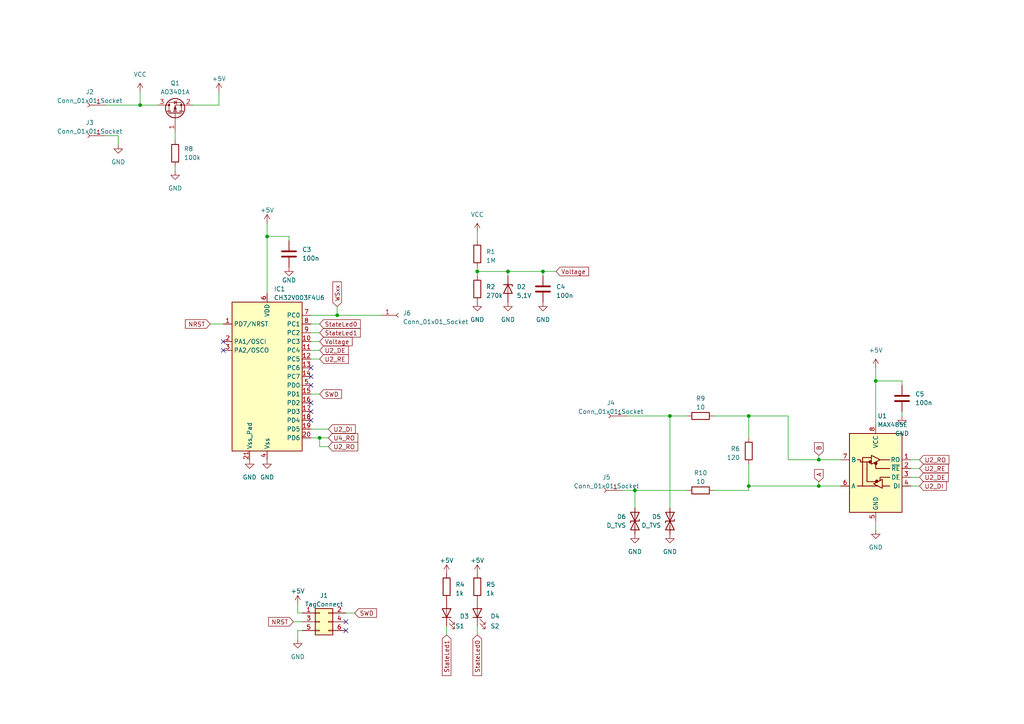
<source format=kicad_sch>
(kicad_sch (version 20231120) (generator "eeschema") (generator_version "8.0")
  (paper "A4")
  (lib_symbols
    (symbol "Connector:Conn_01x01_Socket" (pin_names (offset 1.016) hide)
      (property "Reference" "J" (at 0 2.54 0))
      (property "Value" "Conn_01x01_Socket" (at 0 -2.54 0))
      (symbol "Conn_01x01_Socket_1_1"
        (polyline (pts (xy -1.27 0) (xy -0.508 0)) (stroke (width 0.1524)))
        (arc (start 0 0.508) (mid -0.5058 0) (end 0 -0.508) (stroke (width 0.1524)))
        (pin passive line (at -5.08 0 0) (length 3.81) (name "Pin_1") (number "1"))
      )
    )
    (symbol "Connector_Generic:Conn_02x03_Odd_Even" (pin_names (offset 1.016) hide)
      (property "Reference" "J" (at 1.27 5.08 0))
      (property "Value" "Conn_02x03_Odd_Even" (at 1.27 -5.08 0))
      (symbol "Conn_02x03_Odd_Even_1_1"
        (rectangle (start -1.27 -2.413) (end 0 -2.667) (stroke (width 0.1524)))
        (rectangle (start -1.27 0.127) (end 0 -0.127) (stroke (width 0.1524)))
        (rectangle (start -1.27 2.667) (end 0 2.413) (stroke (width 0.1524)))
        (rectangle (start -1.27 3.81) (end 3.81 -3.81) (stroke (width 0.254)) (fill (type background)))
        (rectangle (start 3.81 -2.413) (end 2.54 -2.667) (stroke (width 0.1524)))
        (rectangle (start 3.81 0.127) (end 2.54 -0.127) (stroke (width 0.1524)))
        (rectangle (start 3.81 2.667) (end 2.54 2.413) (stroke (width 0.1524)))
        (pin passive line (at -5.08 2.54 0) (length 3.81) (name "Pin_1") (number "1"))
        (pin passive line (at 7.62 2.54 180) (length 3.81) (name "Pin_2") (number "2"))
        (pin passive line (at -5.08 0 0) (length 3.81) (name "Pin_3") (number "3"))
        (pin passive line (at 7.62 0 180) (length 3.81) (name "Pin_4") (number "4"))
        (pin passive line (at -5.08 -2.54 0) (length 3.81) (name "Pin_5") (number "5"))
        (pin passive line (at 7.62 -2.54 180) (length 3.81) (name "Pin_6") (number "6"))
      )
    )
    (symbol "Device:C" (pin_numbers hide) (pin_names (offset 0.254))
      (property "Reference" "C" (at 0.635 2.54 0))
      (property "Value" "C" (at 0.635 -2.54 0))
      (symbol "C_0_1"
        (polyline (pts (xy -2.032 -0.762) (xy 2.032 -0.762)) (stroke (width 0.508)))
        (polyline (pts (xy -2.032 0.762) (xy 2.032 0.762)) (stroke (width 0.508)))
      )
      (symbol "C_1_1"
        (pin passive line (at 0 3.81 270) (length 2.794) (name "~") (number "1"))
        (pin passive line (at 0 -3.81 90) (length 2.794) (name "~") (number "2"))
      )
    )
    (symbol "Device:D_TVS" (pin_numbers hide) (pin_names (offset 1.016) hide)
      (property "Reference" "D" (at 0 2.54 0))
      (property "Value" "D_TVS" (at 0 -2.54 0))
      (symbol "D_TVS_0_1"
        (polyline (pts (xy 1.27 0) (xy -1.27 0)))
        (polyline (pts (xy 0.508 1.27) (xy 0 1.27) (xy 0 -1.27) (xy -0.508 -1.27)) (stroke (width 0.254)))
        (polyline (pts (xy -2.54 1.27) (xy -2.54 -1.27) (xy 2.54 1.27) (xy 2.54 -1.27) (xy -2.54 1.27)) (stroke (width 0.254)))
      )
      (symbol "D_TVS_1_1"
        (pin passive line (at -3.81 0 0) (length 2.54) (name "A1") (number "1"))
        (pin passive line (at 3.81 0 180) (length 2.54) (name "A2") (number "2"))
      )
    )
    (symbol "Device:D_Zener" (pin_numbers hide) (pin_names (offset 1.016) hide)
      (property "Reference" "D" (at 0 2.54 0))
      (property "Value" "D_Zener" (at 0 -2.54 0))
      (symbol "D_Zener_0_1"
        (polyline (pts (xy 1.27 0) (xy -1.27 0)))
        (polyline (pts (xy -1.27 -1.27) (xy -1.27 1.27) (xy -0.762 1.27)) (stroke (width 0.254)))
        (polyline (pts (xy 1.27 -1.27) (xy 1.27 1.27) (xy -1.27 0) (xy 1.27 -1.27)) (stroke (width 0.254)))
      )
      (symbol "D_Zener_1_1"
        (pin passive line (at -3.81 0 0) (length 2.54) (name "K") (number "1"))
        (pin passive line (at 3.81 0 180) (length 2.54) (name "A") (number "2"))
      )
    )
    (symbol "Device:LED" (pin_numbers hide) (pin_names (offset 1.016) hide)
      (property "Reference" "D" (at 0 2.54 0))
      (property "Value" "LED" (at 0 -2.54 0))
      (symbol "LED_0_1"
        (polyline (pts (xy -1.27 -1.27) (xy -1.27 1.27)) (stroke (width 0.254)))
        (polyline (pts (xy -1.27 0) (xy 1.27 0)))
        (polyline (pts (xy 1.27 -1.27) (xy 1.27 1.27) (xy -1.27 0) (xy 1.27 -1.27)) (stroke (width 0.254)))
        (polyline (pts (xy -3.048 -0.762) (xy -4.572 -2.286) (xy -3.81 -2.286) (xy -4.572 -2.286) (xy -4.572 -1.524)))
        (polyline (pts (xy -1.778 -0.762) (xy -3.302 -2.286) (xy -2.54 -2.286) (xy -3.302 -2.286) (xy -3.302 -1.524)))
      )
      (symbol "LED_1_1"
        (pin passive line (at -3.81 0 0) (length 2.54) (name "K") (number "1"))
        (pin passive line (at 3.81 0 180) (length 2.54) (name "A") (number "2"))
      )
    )
    (symbol "Device:R" (pin_numbers hide) (pin_names (offset 0))
      (property "Reference" "R" (at 2.032 0 90))
      (property "Value" "R" (at 0 0 90))
      (symbol "R_0_1"
        (rectangle (start -1.016 -2.54) (end 1.016 2.54) (stroke (width 0.254)))
      )
      (symbol "R_1_1"
        (pin passive line (at 0 3.81 270) (length 1.27) (name "~") (number "1"))
        (pin passive line (at 0 -3.81 90) (length 1.27) (name "~") (number "2"))
      )
    )
    (symbol "Interface_UART:MAX485E"
      (property "Reference" "U" (at -6.096 11.43 0))
      (property "Value" "MAX485E" (at 0.762 11.43 0))
      (symbol "MAX485E_0_1"
        (rectangle (start -7.62 10.16) (end 7.62 -12.7) (stroke (width 0.254)) (fill (type background)))
        (circle (center -0.3048 -3.683) (radius 0.3556) (stroke (width 0.254)) (fill (type outline)))
        (circle (center -0.0254 1.4986) (radius 0.3556) (stroke (width 0.254)) (fill (type outline)))
        (polyline (pts (xy -4.064 -5.08) (xy -1.905 -5.08)) (stroke (width 0.254)))
        (polyline (pts (xy -4.064 2.54) (xy -1.27 2.54)) (stroke (width 0.254)))
        (polyline (pts (xy -1.27 -3.2004) (xy -1.27 -3.4544)) (stroke (width 0.254)))
        (polyline (pts (xy -0.635 -5.08) (xy 5.334 -5.08)) (stroke (width 0.254)))
        (polyline (pts (xy -4.064 -2.54) (xy -1.27 -2.54) (xy -1.27 -3.175)) (stroke (width 0.254)))
        (polyline (pts (xy 0 1.27) (xy 0 0) (xy -4.064 0)) (stroke (width 0.254)))
        (polyline (pts (xy 1.27 3.175) (xy 3.81 3.175) (xy 3.81 -5.08)) (stroke (width 0.254)))
        (polyline (pts (xy 2.54 1.905) (xy 2.54 -3.81) (xy 0 -3.81)) (stroke (width 0.254)))
        (polyline (pts (xy -1.905 -3.175) (xy -1.905 -5.715) (xy 0.635 -4.445) (xy -1.905 -3.175)) (stroke (width 0.254)))
        (polyline (pts (xy -1.27 2.54) (xy 1.27 3.81) (xy 1.27 1.27) (xy -1.27 2.54)) (stroke (width 0.254)))
        (polyline (pts (xy 1.905 1.905) (xy 4.445 1.905) (xy 4.445 2.54) (xy 5.334 2.54)) (stroke (width 0.254)))
        (rectangle (start 1.27 3.175) (end 1.27 3.175))
        (circle (center 1.651 1.905) (radius 0.3556) (stroke (width 0.254)) (fill (type outline)))
      )
      (symbol "MAX485E_1_1"
        (pin output line (at -10.16 2.54 0) (length 2.54) (name "RO") (number "1"))
        (pin input line (at -10.16 0 0) (length 2.54) (name "~{RE}") (number "2"))
        (pin input line (at -10.16 -2.54 0) (length 2.54) (name "DE") (number "3"))
        (pin input line (at -10.16 -5.08 0) (length 2.54) (name "DI") (number "4"))
        (pin power_in line (at 0 -15.24 90) (length 2.54) (name "GND") (number "5"))
        (pin bidirectional line (at 10.16 -5.08 180) (length 2.54) (name "A") (number "6"))
        (pin bidirectional line (at 10.16 2.54 180) (length 2.54) (name "B") (number "7"))
        (pin power_in line (at 0 12.7 270) (length 2.54) (name "VCC") (number "8"))
      )
    )
    (symbol "Transistor_FET:AO3401A" (pin_names hide)
      (property "Reference" "Q" (at 5.08 1.905 0))
      (property "Value" "AO3401A" (at 5.08 0 0))
      (symbol "AO3401A_0_1"
        (polyline (pts (xy 0.254 0) (xy -2.54 0)))
        (polyline (pts (xy 0.254 1.905) (xy 0.254 -1.905)) (stroke (width 0.254)))
        (polyline (pts (xy 0.762 -1.27) (xy 0.762 -2.286)) (stroke (width 0.254)))
        (polyline (pts (xy 0.762 0.508) (xy 0.762 -0.508)) (stroke (width 0.254)))
        (polyline (pts (xy 0.762 2.286) (xy 0.762 1.27)) (stroke (width 0.254)))
        (polyline (pts (xy 2.54 2.54) (xy 2.54 1.778)))
        (polyline (pts (xy 2.54 -2.54) (xy 2.54 0) (xy 0.762 0)))
        (polyline (pts (xy 0.762 1.778) (xy 3.302 1.778) (xy 3.302 -1.778) (xy 0.762 -1.778)))
        (polyline (pts (xy 2.286 0) (xy 1.27 0.381) (xy 1.27 -0.381) (xy 2.286 0)) (fill (type outline)))
        (polyline (pts (xy 2.794 -0.508) (xy 2.921 -0.381) (xy 3.683 -0.381) (xy 3.81 -0.254)))
        (polyline (pts (xy 3.302 -0.381) (xy 2.921 0.254) (xy 3.683 0.254) (xy 3.302 -0.381)))
        (circle (center 1.651 0) (radius 2.794) (stroke (width 0.254)))
        (circle (center 2.54 -1.778) (radius 0.254) (fill (type outline)))
        (circle (center 2.54 1.778) (radius 0.254) (fill (type outline)))
      )
      (symbol "AO3401A_1_1"
        (pin input line (at -5.08 0 0) (length 2.54) (name "G") (number "1"))
        (pin passive line (at 2.54 -5.08 90) (length 2.54) (name "S") (number "2"))
        (pin passive line (at 2.54 5.08 270) (length 2.54) (name "D") (number "3"))
      )
    )
    (symbol "WCH:CH32V003F4U6"
      (property "Reference" "IC" (at 6.35 8.89 0))
      (property "Value" "CH32V003F4U6" (at 12.7 6.35 0))
      (symbol "CH32V003F4U6_1_1"
        (rectangle (start -10.16 5.08) (end 10.16 -38.1) (stroke (width 0.254)) (fill (type background)))
        (pin input line (at -12.7 -1.27 0) (length 2.54) (name "PD7/NRST") (number "1"))
        (pin input line (at 12.7 -6.35 180) (length 2.54) (name "PC3") (number "10"))
        (pin input line (at 12.7 -8.89 180) (length 2.54) (name "PC4") (number "11"))
        (pin input line (at 12.7 -11.43 180) (length 2.54) (name "PC5") (number "12"))
        (pin input line (at 12.7 -13.97 180) (length 2.54) (name "PC6") (number "13"))
        (pin input line (at 12.7 -16.51 180) (length 2.54) (name "PC7") (number "14"))
        (pin input line (at 12.7 -21.59 180) (length 2.54) (name "PD1") (number "15"))
        (pin input line (at 12.7 -24.13 180) (length 2.54) (name "PD2") (number "16"))
        (pin input line (at 12.7 -26.67 180) (length 2.54) (name "PD3") (number "17"))
        (pin input line (at 12.7 -29.21 180) (length 2.54) (name "PD4") (number "18"))
        (pin input line (at 12.7 -31.75 180) (length 2.54) (name "PD5") (number "19"))
        (pin input line (at -12.7 -6.35 0) (length 2.54) (name "PA1/OSCI") (number "2"))
        (pin input line (at 12.7 -34.29 180) (length 2.54) (name "PD6") (number "20"))
        (pin input line (at -5.08 -40.64 90) (length 2.54) (name "Vss_Pad") (number "21"))
        (pin input line (at -12.7 -8.89 0) (length 2.54) (name "PA2/OSCO") (number "3"))
        (pin input line (at 0 -40.64 90) (length 2.54) (name "Vss") (number "4"))
        (pin input line (at 12.7 -19.05 180) (length 2.54) (name "PD0") (number "5"))
        (pin input line (at 0 7.62 270) (length 2.54) (name "VDD") (number "6"))
        (pin input line (at 12.7 1.27 180) (length 2.54) (name "PC0") (number "7"))
        (pin input line (at 12.7 -1.27 180) (length 2.54) (name "PC1") (number "8"))
        (pin input line (at 12.7 -3.81 180) (length 2.54) (name "PC2") (number "9"))
      )
    )
    (symbol "power:+5V" (power) (pin_names (offset 0))
      (property "Value" "+5V" (at 0 3.556 0))
      (symbol "+5V_0_1"
        (polyline (pts (xy -0.762 1.27) (xy 0 2.54)))
        (polyline (pts (xy 0 0) (xy 0 2.54)))
        (polyline (pts (xy 0 2.54) (xy 0.762 1.27)))
      )
      (symbol "+5V_1_1"
        (pin power_in line (at 0 0 90) (length 0) hide (name "+5V") (number "1"))
      )
    )
    (symbol "power:GND" (power) (pin_names (offset 0))
      (property "Value" "GND" (at 0 -3.81 0))
      (symbol "GND_0_1"
        (polyline (pts (xy 0 0) (xy 0 -1.27) (xy 1.27 -1.27) (xy 0 -2.54) (xy -1.27 -1.27) (xy 0 -1.27)))
      )
      (symbol "GND_1_1"
        (pin power_in line (at 0 0 270) (length 0) hide (name "GND") (number "1"))
      )
    )
    (symbol "power:VCC" (power) (pin_names (offset 0))
      (property "Value" "VCC" (at 0 3.81 0))
      (symbol "VCC_0_1"
        (polyline (pts (xy -0.762 1.27) (xy 0 2.54)))
        (polyline (pts (xy 0 0) (xy 0 2.54)))
        (polyline (pts (xy 0 2.54) (xy 0.762 1.27)))
      )
      (symbol "VCC_1_1"
        (pin power_in line (at 0 0 90) (length 0) hide (name "VCC") (number "1"))
      )
    )
  )
  (junction (at 138.43 78.74))
  (junction (at 237.49 140.97))
  (junction (at 217.17 140.97))
  (junction (at 40.64 30.48))
  (junction (at 217.17 120.65))
  (junction (at 77.47 68.58))
  (junction (at 254 110.49))
  (junction (at 184.15 142.24))
  (junction (at 147.32 78.74))
  (junction (at 97.79 91.44))
  (junction (at 92.71 127))
  (junction (at 157.48 78.74))
  (junction (at 237.49 133.35))
  (junction (at 194.31 120.65))
  (no_connect (at 90.17 111.76))
  (no_connect (at 90.17 116.84))
  (no_connect (at 64.77 99.06))
  (no_connect (at 100.33 182.88))
  (no_connect (at 90.17 121.92))
  (no_connect (at 90.17 106.68))
  (no_connect (at 64.77 101.6))
  (no_connect (at 90.17 119.38))
  (no_connect (at 100.33 180.34))
  (no_connect (at 90.17 109.22))
  (wire (pts (xy 138.43 67.31) (xy 138.43 69.85)))
  (wire (pts (xy 77.47 68.58) (xy 77.47 85.09)))
  (wire (pts (xy 217.17 120.65) (xy 207.01 120.65)))
  (wire (pts (xy 77.47 64.77) (xy 77.47 68.58)))
  (wire (pts (xy 138.43 184.15) (xy 138.43 181.61)))
  (wire (pts (xy 217.17 120.65) (xy 217.17 127)))
  (wire (pts (xy 180.34 142.24) (xy 184.15 142.24)))
  (wire (pts (xy 237.49 139.7) (xy 237.49 140.97)))
  (wire (pts (xy 95.25 129.54) (xy 92.71 129.54)))
  (wire (pts (xy 199.39 120.65) (xy 194.31 120.65)))
  (wire (pts (xy 92.71 129.54) (xy 92.71 127)))
  (wire (pts (xy 194.31 120.65) (xy 194.31 147.32)))
  (wire (pts (xy 34.29 39.37) (xy 34.29 41.91)))
  (wire (pts (xy 86.36 185.42) (xy 86.36 182.88)))
  (wire (pts (xy 217.17 140.97) (xy 237.49 140.97)))
  (wire (pts (xy 63.5 26.67) (xy 63.5 30.48)))
  (wire (pts (xy 228.6 133.35) (xy 237.49 133.35)))
  (wire (pts (xy 138.43 78.74) (xy 138.43 80.01)))
  (wire (pts (xy 90.17 91.44) (xy 97.79 91.44)))
  (wire (pts (xy 60.96 93.98) (xy 64.77 93.98)))
  (wire (pts (xy 40.64 30.48) (xy 45.72 30.48)))
  (wire (pts (xy 97.79 91.44) (xy 110.49 91.44)))
  (wire (pts (xy 254 110.49) (xy 261.62 110.49)))
  (wire (pts (xy 217.17 140.97) (xy 217.17 142.24)))
  (wire (pts (xy 228.6 120.65) (xy 217.17 120.65)))
  (wire (pts (xy 254 106.68) (xy 254 110.49)))
  (wire (pts (xy 266.7 138.43) (xy 264.16 138.43)))
  (wire (pts (xy 86.36 175.26) (xy 86.36 177.8)))
  (wire (pts (xy 100.33 177.8) (xy 102.87 177.8)))
  (wire (pts (xy 90.17 101.6) (xy 92.71 101.6)))
  (wire (pts (xy 237.49 132.08) (xy 237.49 133.35)))
  (wire (pts (xy 261.62 119.38) (xy 261.62 120.65)))
  (wire (pts (xy 157.48 78.74) (xy 161.29 78.74)))
  (wire (pts (xy 237.49 133.35) (xy 243.84 133.35)))
  (wire (pts (xy 261.62 111.76) (xy 261.62 110.49)))
  (wire (pts (xy 92.71 127) (xy 95.25 127)))
  (wire (pts (xy 92.71 93.98) (xy 90.17 93.98)))
  (wire (pts (xy 266.7 140.97) (xy 264.16 140.97)))
  (wire (pts (xy 138.43 77.47) (xy 138.43 78.74)))
  (wire (pts (xy 85.09 180.34) (xy 87.63 180.34)))
  (wire (pts (xy 86.36 182.88) (xy 87.63 182.88)))
  (wire (pts (xy 254 110.49) (xy 254 123.19)))
  (wire (pts (xy 157.48 80.01) (xy 157.48 78.74)))
  (wire (pts (xy 90.17 124.46) (xy 95.25 124.46)))
  (wire (pts (xy 217.17 134.62) (xy 217.17 140.97)))
  (wire (pts (xy 97.79 88.9) (xy 97.79 91.44)))
  (wire (pts (xy 147.32 78.74) (xy 138.43 78.74)))
  (wire (pts (xy 90.17 114.3) (xy 92.71 114.3)))
  (wire (pts (xy 63.5 30.48) (xy 55.88 30.48)))
  (wire (pts (xy 157.48 78.74) (xy 147.32 78.74)))
  (wire (pts (xy 90.17 127) (xy 92.71 127)))
  (wire (pts (xy 40.64 26.67) (xy 40.64 30.48)))
  (wire (pts (xy 86.36 177.8) (xy 87.63 177.8)))
  (wire (pts (xy 194.31 120.65) (xy 181.61 120.65)))
  (wire (pts (xy 237.49 140.97) (xy 243.84 140.97)))
  (wire (pts (xy 92.71 96.52) (xy 90.17 96.52)))
  (wire (pts (xy 90.17 99.06) (xy 92.71 99.06)))
  (wire (pts (xy 83.82 69.85) (xy 83.82 68.58)))
  (wire (pts (xy 184.15 142.24) (xy 199.39 142.24)))
  (wire (pts (xy 129.54 184.15) (xy 129.54 181.61)))
  (wire (pts (xy 254 151.13) (xy 254 153.67)))
  (wire (pts (xy 50.8 38.1) (xy 50.8 40.64)))
  (wire (pts (xy 266.7 135.89) (xy 264.16 135.89)))
  (wire (pts (xy 30.48 39.37) (xy 34.29 39.37)))
  (wire (pts (xy 90.17 104.14) (xy 92.71 104.14)))
  (wire (pts (xy 264.16 133.35) (xy 266.7 133.35)))
  (wire (pts (xy 147.32 78.74) (xy 147.32 80.01)))
  (wire (pts (xy 217.17 142.24) (xy 207.01 142.24)))
  (wire (pts (xy 50.8 48.26) (xy 50.8 49.53)))
  (wire (pts (xy 30.48 30.48) (xy 40.64 30.48)))
  (wire (pts (xy 228.6 133.35) (xy 228.6 120.65)))
  (wire (pts (xy 184.15 142.24) (xy 184.15 147.32)))
  (wire (pts (xy 77.47 68.58) (xy 83.82 68.58)))
  (global_label "StateLed0" (shape input) (at 92.71 93.98 0) (property "Intersheetrefs" "${INTERSHEET_REFS}" (effects (hide yes))))
  (global_label "NRST" (shape input) (at 60.96 93.98 180) (property "Intersheetrefs" "${INTERSHEET_REFS}" (effects (hide yes))))
  (global_label "SWD" (shape input) (at 92.71 114.3 0) (property "Intersheetrefs" "${INTERSHEET_REFS}" (effects (hide yes))))
  (global_label "StateLed1" (shape input) (at 92.71 96.52 0) (property "Intersheetrefs" "${INTERSHEET_REFS}" (effects (hide yes))))
  (global_label "U2_DE" (shape input) (at 92.71 101.6 0) (property "Intersheetrefs" "${INTERSHEET_REFS}" (effects (hide yes))))
  (global_label "B" (shape input) (at 237.49 132.08 90) (property "Intersheetrefs" "${INTERSHEET_REFS}" (effects (hide yes))))
  (global_label "U2_RE" (shape input) (at 266.7 135.89 0) (property "Intersheetrefs" "${INTERSHEET_REFS}" (effects (hide yes))))
  (global_label "U2_RO" (shape input) (at 95.25 129.54 0) (property "Intersheetrefs" "${INTERSHEET_REFS}" (effects (hide yes))))
  (global_label "U4_RO" (shape input) (at 95.25 127 0) (property "Intersheetrefs" "${INTERSHEET_REFS}" (effects (hide yes))))
  (global_label "U2_RE" (shape input) (at 92.71 104.14 0) (property "Intersheetrefs" "${INTERSHEET_REFS}" (effects (hide yes))))
  (global_label "U2_DE" (shape input) (at 266.7 138.43 0) (property "Intersheetrefs" "${INTERSHEET_REFS}" (effects (hide yes))))
  (global_label "StateLed0" (shape input) (at 138.43 184.15 270) (property "Intersheetrefs" "${INTERSHEET_REFS}" (effects (hide yes))))
  (global_label "U2_RO" (shape input) (at 266.7 133.35 0) (property "Intersheetrefs" "${INTERSHEET_REFS}" (effects (hide yes))))
  (global_label "WSxx" (shape input) (at 97.79 88.9 90) (property "Intersheetrefs" "${INTERSHEET_REFS}" (effects (hide yes))))
  (global_label "U2_DI" (shape input) (at 266.7 140.97 0) (property "Intersheetrefs" "${INTERSHEET_REFS}" (effects (hide yes))))
  (global_label "Voltage" (shape input) (at 92.71 99.06 0) (property "Intersheetrefs" "${INTERSHEET_REFS}" (effects (hide yes))))
  (global_label "U2_DI" (shape input) (at 95.25 124.46 0) (property "Intersheetrefs" "${INTERSHEET_REFS}" (effects (hide yes))))
  (global_label "A" (shape input) (at 237.49 139.7 90) (property "Intersheetrefs" "${INTERSHEET_REFS}" (effects (hide yes))))
  (global_label "NRST" (shape input) (at 85.09 180.34 180) (property "Intersheetrefs" "${INTERSHEET_REFS}" (effects (hide yes))))
  (global_label "Voltage" (shape input) (at 161.29 78.74 0) (property "Intersheetrefs" "${INTERSHEET_REFS}" (effects (hide yes))))
  (global_label "StateLed1" (shape input) (at 129.54 184.15 270) (property "Intersheetrefs" "${INTERSHEET_REFS}" (effects (hide yes))))
  (global_label "SWD" (shape input) (at 102.87 177.8 0) (property "Intersheetrefs" "${INTERSHEET_REFS}" (effects (hide yes))))
  (symbol (lib_id "Device:R") (at 203.2 142.24 270) (mirror x) (unit 1)
    (property "Reference" "R10" (at 203.2 137.16 90))
    (property "Value" "10" (at 203.2 139.7 90))
    (property "Footprint" "Resistor_SMD:R_1206_3216Metric" (effects (hide yes)))
  )
  (symbol (lib_id "power:GND") (at 184.15 154.94 0) (mirror y) (unit 1)
    (property "Reference" "#PWR016" (effects (hide yes)))
    (property "Value" "GND" (at 184.15 160.02 0))
  )
  (symbol (lib_id "Interface_UART:MAX485E") (at 254 135.89 0) (mirror y) (unit 1)
    (property "Reference" "U1" (at 254.5206 120.65 0) (effects (justify right)))
    (property "Value" "MAX485E" (at 254.5206 123.19 0) (effects (justify right)))
    (property "Footprint" "Package_SO:SOIC-8_3.9x4.9mm_P1.27mm" (effects (hide yes)))
    (property "Datasheet" "https://datasheets.maximintegrated.com/en/ds/MAX1487E-MAX491E.pdf" (effects (hide yes)))
  )
  (symbol (lib_id "power:GND") (at 261.62 120.65 0) (unit 1)
    (property "Reference" "#PWR022" (effects (hide yes)))
    (property "Value" "GND" (at 261.62 125.73 0))
  )
  (symbol (lib_id "power:+5V") (at 254 106.68 0) (unit 1)
    (property "Reference" "#PWR020" (effects (hide yes)))
    (property "Value" "+5V" (at 254 101.6 0))
  )
  (symbol (lib_id "power:GND") (at 72.39 133.35 0) (unit 1)
    (property "Reference" "#PWR05" (effects (hide yes)))
    (property "Value" "GND" (at 72.39 138.43 0))
  )
  (symbol (lib_id "power:GND") (at 86.36 185.42 0) (unit 1)
    (property "Reference" "#PWR010" (effects (hide yes)))
    (property "Value" "GND" (at 86.36 190.5 0))
  )
  (symbol (lib_id "power:GND") (at 34.29 41.91 0) (unit 1)
    (property "Reference" "#PWR026" (effects (hide yes)))
    (property "Value" "GND" (at 34.29 46.99 0))
  )
  (symbol (lib_id "power:VCC") (at 138.43 67.31 0) (unit 1)
    (property "Reference" "#PWR011" (effects (hide yes)))
    (property "Value" "VCC" (at 138.43 62.23 0))
  )
  (symbol (lib_id "Transistor_FET:AO3401A") (at 50.8 33.02 90) (unit 1)
    (property "Reference" "Q1" (at 50.8 24.13 90))
    (property "Value" "AO3401A" (at 50.8 26.67 90))
    (property "Footprint" "Package_TO_SOT_SMD:SOT-23" (effects (hide yes)))
    (property "Datasheet" "http://www.aosmd.com/pdfs/datasheet/AO3401A.pdf" (effects (hide yes)))
  )
  (symbol (lib_id "Device:D_Zener") (at 147.32 83.82 270) (unit 1)
    (property "Reference" "D2" (at 149.86 83.185 90) (effects (justify left)))
    (property "Value" "5,1V" (at 149.86 85.725 90) (effects (justify left)))
    (property "Footprint" "Diode_SMD:D_0402_1005Metric" (effects (hide yes)))
  )
  (symbol (lib_id "power:GND") (at 83.82 77.47 0) (unit 1)
    (property "Reference" "#PWR08" (effects (hide yes)))
    (property "Value" "GND" (at 83.82 81.28 0))
  )
  (symbol (lib_id "Device:R") (at 138.43 170.18 0) (unit 1)
    (property "Reference" "R5" (at 140.97 169.545 0) (effects (justify left)))
    (property "Value" "1k" (at 140.97 172.085 0) (effects (justify left)))
    (property "Footprint" "Resistor_SMD:R_0402_1005Metric" (effects (hide yes)))
  )
  (symbol (lib_id "Device:C") (at 261.62 115.57 0) (unit 1)
    (property "Reference" "C5" (at 265.43 114.2999 0) (effects (justify left)))
    (property "Value" "100n" (at 265.43 116.8399 0) (effects (justify left)))
    (property "Footprint" "Capacitor_SMD:C_0402_1005Metric" (effects (hide yes)))
  )
  (symbol (lib_id "power:+5V") (at 86.36 175.26 0) (unit 1)
    (property "Reference" "#PWR09" (effects (hide yes)))
    (property "Value" "+5V" (at 86.36 171.45 0))
  )
  (symbol (lib_id "WCH:CH32V003F4U6") (at 77.47 92.71 0) (unit 1)
    (property "Reference" "IC1" (at 79.4259 83.82 0) (effects (justify left)))
    (property "Value" "CH32V003F4U6" (at 79.4259 86.36 0) (effects (justify left)))
    (property "Footprint" "Package_DFN_QFN:QFN-20-1EP_3x3mm_P0.4mm_EP1.65x1.65mm_ThermalVias" (effects (hide yes)))
  )
  (symbol (lib_id "Connector:Conn_01x01_Socket") (at 25.4 39.37 180) (unit 1)
    (property "Reference" "J3" (at 26.035 35.56 0))
    (property "Value" "Conn_01x01_Socket" (at 26.035 38.1 0))
    (property "Footprint" "Techbeard:SolderWirePad_1x01_SMD_2x4mm" (effects (hide yes)))
  )
  (symbol (lib_id "power:VCC") (at 40.64 26.67 0) (unit 1)
    (property "Reference" "#PWR02" (effects (hide yes)))
    (property "Value" "VCC" (at 40.64 21.59 0))
  )
  (symbol (lib_id "power:GND") (at 254 153.67 0) (unit 1)
    (property "Reference" "#PWR021" (effects (hide yes)))
    (property "Value" "GND" (at 254 158.75 0))
  )
  (symbol (lib_id "power:+5V") (at 138.43 166.37 0) (unit 1)
    (property "Reference" "#PWR019" (effects (hide yes)))
    (property "Value" "+5V" (at 138.43 162.56 0))
  )
  (symbol (lib_id "Device:LED") (at 129.54 177.8 90) (unit 1)
    (property "Reference" "D3" (at 133.35 178.7525 90) (effects (justify right)))
    (property "Value" "S1" (at 132.08 181.61 90) (effects (justify right)))
    (property "Footprint" "LED_SMD:LED_0402_1005Metric" (effects (hide yes)))
  )
  (symbol (lib_id "Device:C") (at 157.48 83.82 0) (unit 1)
    (property "Reference" "C4" (at 161.29 83.185 0) (effects (justify left)))
    (property "Value" "100n" (at 161.29 85.725 0) (effects (justify left)))
    (property "Footprint" "Capacitor_SMD:C_0402_1005Metric" (effects (hide yes)))
  )
  (symbol (lib_id "power:GND") (at 157.48 87.63 0) (unit 1)
    (property "Reference" "#PWR018" (effects (hide yes)))
    (property "Value" "GND" (at 157.48 92.71 0))
  )
  (symbol (lib_id "Device:R") (at 217.17 130.81 0) (unit 1)
    (property "Reference" "R6" (at 214.63 130.175 0) (effects (justify right)))
    (property "Value" "120" (at 214.63 132.715 0) (effects (justify right)))
    (property "Footprint" "Capacitor_SMD:C_0402_1005Metric" (effects (hide yes)))
  )
  (symbol (lib_id "Device:D_TVS") (at 184.15 151.13 270) (mirror x) (unit 1)
    (property "Reference" "D6" (at 181.61 149.8599 90) (effects (justify right)))
    (property "Value" "D_TVS" (at 181.61 152.3999 90) (effects (justify right)))
    (property "Footprint" "Diode_SMD:D_0402_1005Metric" (effects (hide yes)))
  )
  (symbol (lib_id "Device:R") (at 50.8 44.45 0) (unit 1)
    (property "Reference" "R8" (at 53.34 43.1799 0) (effects (justify left)))
    (property "Value" "100k" (at 53.34 45.7199 0) (effects (justify left)))
    (property "Footprint" "Resistor_SMD:R_0402_1005Metric" (effects (hide yes)))
  )
  (symbol (lib_id "power:GND") (at 138.43 87.63 0) (unit 1)
    (property "Reference" "#PWR012" (effects (hide yes)))
    (property "Value" "GND" (at 138.43 92.71 0))
  )
  (symbol (lib_id "Device:D_TVS") (at 194.31 151.13 270) (mirror x) (unit 1)
    (property "Reference" "D5" (at 191.77 149.8599 90) (effects (justify right)))
    (property "Value" "D_TVS" (at 191.77 152.3999 90) (effects (justify right)))
    (property "Footprint" "Diode_SMD:D_0402_1005Metric" (effects (hide yes)))
  )
  (symbol (lib_id "power:GND") (at 50.8 49.53 0) (unit 1)
    (property "Reference" "#PWR01" (effects (hide yes)))
    (property "Value" "GND" (at 50.8 54.61 0))
  )
  (symbol (lib_id "Device:LED") (at 138.43 177.8 90) (unit 1)
    (property "Reference" "D4" (at 142.24 178.7525 90) (effects (justify right)))
    (property "Value" "S2" (at 142.24 181.61 90) (effects (justify right)))
    (property "Footprint" "LED_SMD:LED_0402_1005Metric" (effects (hide yes)))
  )
  (symbol (lib_id "Connector:Conn_01x01_Socket") (at 176.53 120.65 180) (unit 1)
    (property "Reference" "J4" (at 177.165 116.84 0))
    (property "Value" "Conn_01x01_Socket" (at 177.165 119.38 0))
    (property "Footprint" "Techbeard:SolderWirePad_1x01_SMD_2x4mm" (effects (hide yes)))
  )
  (symbol (lib_id "Device:R") (at 138.43 73.66 0) (unit 1)
    (property "Reference" "R1" (at 140.97 73.025 0) (effects (justify left)))
    (property "Value" "1M" (at 140.97 75.565 0) (effects (justify left)))
    (property "Footprint" "Resistor_SMD:R_0402_1005Metric" (effects (hide yes)))
  )
  (symbol (lib_id "Connector:Conn_01x01_Socket") (at 115.57 91.44 0) (unit 1)
    (property "Reference" "J6" (at 116.84 90.805 0) (effects (justify left)))
    (property "Value" "Conn_01x01_Socket" (at 116.84 93.345 0) (effects (justify left)))
    (property "Footprint" "Techbeard:SolderWirePad_1x01_SMD_2x4mm" (effects (hide yes)))
  )
  (symbol (lib_id "Connector_Generic:Conn_02x03_Odd_Even") (at 92.71 180.34 0) (unit 1)
    (property "Reference" "J1" (at 93.98 172.72 0))
    (property "Value" "TagConnect" (at 93.98 175.26 0))
    (property "Footprint" "Connector:Tag-Connect_TC2030-IDC-NL_2x03_P1.27mm_Vertical" (effects (hide yes)))
  )
  (symbol (lib_id "power:GND") (at 194.31 154.94 0) (mirror y) (unit 1)
    (property "Reference" "#PWR04" (effects (hide yes)))
    (property "Value" "GND" (at 194.31 160.02 0))
  )
  (symbol (lib_id "Connector:Conn_01x01_Socket") (at 25.4 30.48 180) (unit 1)
    (property "Reference" "J2" (at 26.035 26.67 0))
    (property "Value" "Conn_01x01_Socket" (at 26.035 29.21 0))
    (property "Footprint" "Techbeard:SolderWirePad_1x01_SMD_2x4mm" (effects (hide yes)))
  )
  (symbol (lib_id "power:+5V") (at 129.54 166.37 0) (unit 1)
    (property "Reference" "#PWR017" (effects (hide yes)))
    (property "Value" "+5V" (at 129.54 162.56 0))
  )
  (symbol (lib_id "power:+5V") (at 63.5 26.67 0) (unit 1)
    (property "Reference" "#PWR03" (effects (hide yes)))
    (property "Value" "+5V" (at 63.5 22.86 0))
  )
  (symbol (lib_id "Device:C") (at 83.82 73.66 0) (unit 1)
    (property "Reference" "C3" (at 87.63 72.3899 0) (effects (justify left)))
    (property "Value" "100n" (at 87.63 74.9299 0) (effects (justify left)))
    (property "Footprint" "Capacitor_SMD:C_0402_1005Metric" (effects (hide yes)))
  )
  (symbol (lib_id "Device:R") (at 203.2 120.65 270) (mirror x) (unit 1)
    (property "Reference" "R9" (at 203.2 115.57 90))
    (property "Value" "10" (at 203.2 118.11 90))
    (property "Footprint" "Resistor_SMD:R_1206_3216Metric" (effects (hide yes)))
  )
  (symbol (lib_id "Device:R") (at 138.43 83.82 0) (unit 1)
    (property "Reference" "R2" (at 140.97 83.185 0) (effects (justify left)))
    (property "Value" "270k" (at 140.97 85.725 0) (effects (justify left)))
    (property "Footprint" "Resistor_SMD:R_0402_1005Metric" (effects (hide yes)))
  )
  (symbol (lib_id "power:+5V") (at 77.47 64.77 0) (unit 1)
    (property "Reference" "#PWR06" (effects (hide yes)))
    (property "Value" "+5V" (at 77.47 60.96 0))
  )
  (symbol (lib_id "power:GND") (at 77.47 133.35 0) (unit 1)
    (property "Reference" "#PWR07" (effects (hide yes)))
    (property "Value" "GND" (at 77.47 138.43 0))
  )
  (symbol (lib_id "Device:R") (at 129.54 170.18 0) (unit 1)
    (property "Reference" "R4" (at 132.08 169.545 0) (effects (justify left)))
    (property "Value" "1k" (at 132.08 172.085 0) (effects (justify left)))
    (property "Footprint" "Resistor_SMD:R_0402_1005Metric" (effects (hide yes)))
  )
  (symbol (lib_id "Connector:Conn_01x01_Socket") (at 175.26 142.24 180) (unit 1)
    (property "Reference" "J5" (at 175.895 138.43 0))
    (property "Value" "Conn_01x01_Socket" (at 175.895 140.97 0))
    (property "Footprint" "Techbeard:SolderWirePad_1x01_SMD_2x4mm" (effects (hide yes)))
  )
  (symbol (lib_id "power:GND") (at 147.32 87.63 0) (unit 1)
    (property "Reference" "#PWR015" (effects (hide yes)))
    (property "Value" "GND" (at 147.32 92.71 0))
  )
)
</source>
